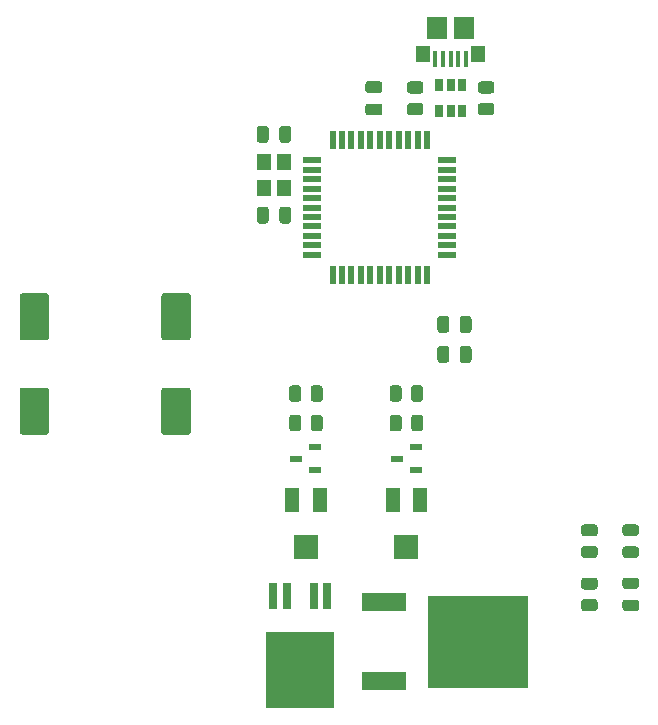
<source format=gbr>
%TF.GenerationSoftware,KiCad,Pcbnew,(5.1.8)-1*%
%TF.CreationDate,2021-08-18T15:50:37+02:00*%
%TF.ProjectId,Haubenblitzer_Treiber,48617562-656e-4626-9c69-747a65725f54,rev?*%
%TF.SameCoordinates,Original*%
%TF.FileFunction,Paste,Top*%
%TF.FilePolarity,Positive*%
%FSLAX46Y46*%
G04 Gerber Fmt 4.6, Leading zero omitted, Abs format (unit mm)*
G04 Created by KiCad (PCBNEW (5.1.8)-1) date 2021-08-18 15:50:37*
%MOMM*%
%LPD*%
G01*
G04 APERTURE LIST*
%ADD10R,0.800000X2.200000*%
%ADD11R,5.800000X6.400000*%
%ADD12R,0.650000X1.060000*%
%ADD13R,3.810000X1.650000*%
%ADD14R,8.510000X7.870000*%
%ADD15R,1.200000X1.400000*%
%ADD16R,1.300000X2.000000*%
%ADD17R,2.000000X2.000000*%
%ADD18R,1.000000X0.500000*%
%ADD19R,1.500000X0.550000*%
%ADD20R,0.550000X1.500000*%
%ADD21R,1.150000X1.450000*%
%ADD22R,1.750000X1.900000*%
%ADD23R,0.400000X1.400000*%
G04 APERTURE END LIST*
D10*
%TO.C,U2*%
X63220000Y-179600000D03*
X64360000Y-179600000D03*
X66640000Y-179600000D03*
D11*
X65500000Y-185900000D03*
D10*
X67780000Y-179600000D03*
%TD*%
D12*
%TO.C,U5*%
X78250000Y-136400000D03*
X77300000Y-136400000D03*
X79200000Y-136400000D03*
X79200000Y-138600000D03*
X78250000Y-138600000D03*
X77300000Y-138600000D03*
%TD*%
%TO.C,R9*%
G36*
G01*
X90450002Y-174600000D02*
X89549998Y-174600000D01*
G75*
G02*
X89300000Y-174350002I0J249998D01*
G01*
X89300000Y-173824998D01*
G75*
G02*
X89549998Y-173575000I249998J0D01*
G01*
X90450002Y-173575000D01*
G75*
G02*
X90700000Y-173824998I0J-249998D01*
G01*
X90700000Y-174350002D01*
G75*
G02*
X90450002Y-174600000I-249998J0D01*
G01*
G37*
G36*
G01*
X90450002Y-176425000D02*
X89549998Y-176425000D01*
G75*
G02*
X89300000Y-176175002I0J249998D01*
G01*
X89300000Y-175649998D01*
G75*
G02*
X89549998Y-175400000I249998J0D01*
G01*
X90450002Y-175400000D01*
G75*
G02*
X90700000Y-175649998I0J-249998D01*
G01*
X90700000Y-176175002D01*
G75*
G02*
X90450002Y-176425000I-249998J0D01*
G01*
G37*
%TD*%
%TO.C,R8*%
G36*
G01*
X90450002Y-179100000D02*
X89549998Y-179100000D01*
G75*
G02*
X89300000Y-178850002I0J249998D01*
G01*
X89300000Y-178324998D01*
G75*
G02*
X89549998Y-178075000I249998J0D01*
G01*
X90450002Y-178075000D01*
G75*
G02*
X90700000Y-178324998I0J-249998D01*
G01*
X90700000Y-178850002D01*
G75*
G02*
X90450002Y-179100000I-249998J0D01*
G01*
G37*
G36*
G01*
X90450002Y-180925000D02*
X89549998Y-180925000D01*
G75*
G02*
X89300000Y-180675002I0J249998D01*
G01*
X89300000Y-180149998D01*
G75*
G02*
X89549998Y-179900000I249998J0D01*
G01*
X90450002Y-179900000D01*
G75*
G02*
X90700000Y-180149998I0J-249998D01*
G01*
X90700000Y-180675002D01*
G75*
G02*
X90450002Y-180925000I-249998J0D01*
G01*
G37*
%TD*%
%TO.C,R7*%
G36*
G01*
X74100000Y-162049998D02*
X74100000Y-162950002D01*
G75*
G02*
X73850002Y-163200000I-249998J0D01*
G01*
X73324998Y-163200000D01*
G75*
G02*
X73075000Y-162950002I0J249998D01*
G01*
X73075000Y-162049998D01*
G75*
G02*
X73324998Y-161800000I249998J0D01*
G01*
X73850002Y-161800000D01*
G75*
G02*
X74100000Y-162049998I0J-249998D01*
G01*
G37*
G36*
G01*
X75925000Y-162049998D02*
X75925000Y-162950002D01*
G75*
G02*
X75675002Y-163200000I-249998J0D01*
G01*
X75149998Y-163200000D01*
G75*
G02*
X74900000Y-162950002I0J249998D01*
G01*
X74900000Y-162049998D01*
G75*
G02*
X75149998Y-161800000I249998J0D01*
G01*
X75675002Y-161800000D01*
G75*
G02*
X75925000Y-162049998I0J-249998D01*
G01*
G37*
%TD*%
%TO.C,R6*%
G36*
G01*
X74900000Y-165450002D02*
X74900000Y-164549998D01*
G75*
G02*
X75149998Y-164300000I249998J0D01*
G01*
X75675002Y-164300000D01*
G75*
G02*
X75925000Y-164549998I0J-249998D01*
G01*
X75925000Y-165450002D01*
G75*
G02*
X75675002Y-165700000I-249998J0D01*
G01*
X75149998Y-165700000D01*
G75*
G02*
X74900000Y-165450002I0J249998D01*
G01*
G37*
G36*
G01*
X73075000Y-165450002D02*
X73075000Y-164549998D01*
G75*
G02*
X73324998Y-164300000I249998J0D01*
G01*
X73850002Y-164300000D01*
G75*
G02*
X74100000Y-164549998I0J-249998D01*
G01*
X74100000Y-165450002D01*
G75*
G02*
X73850002Y-165700000I-249998J0D01*
G01*
X73324998Y-165700000D01*
G75*
G02*
X73075000Y-165450002I0J249998D01*
G01*
G37*
%TD*%
%TO.C,R5*%
G36*
G01*
X65600000Y-162049998D02*
X65600000Y-162950002D01*
G75*
G02*
X65350002Y-163200000I-249998J0D01*
G01*
X64824998Y-163200000D01*
G75*
G02*
X64575000Y-162950002I0J249998D01*
G01*
X64575000Y-162049998D01*
G75*
G02*
X64824998Y-161800000I249998J0D01*
G01*
X65350002Y-161800000D01*
G75*
G02*
X65600000Y-162049998I0J-249998D01*
G01*
G37*
G36*
G01*
X67425000Y-162049998D02*
X67425000Y-162950002D01*
G75*
G02*
X67175002Y-163200000I-249998J0D01*
G01*
X66649998Y-163200000D01*
G75*
G02*
X66400000Y-162950002I0J249998D01*
G01*
X66400000Y-162049998D01*
G75*
G02*
X66649998Y-161800000I249998J0D01*
G01*
X67175002Y-161800000D01*
G75*
G02*
X67425000Y-162049998I0J-249998D01*
G01*
G37*
%TD*%
%TO.C,R4*%
G36*
G01*
X66400000Y-165450002D02*
X66400000Y-164549998D01*
G75*
G02*
X66649998Y-164300000I249998J0D01*
G01*
X67175002Y-164300000D01*
G75*
G02*
X67425000Y-164549998I0J-249998D01*
G01*
X67425000Y-165450002D01*
G75*
G02*
X67175002Y-165700000I-249998J0D01*
G01*
X66649998Y-165700000D01*
G75*
G02*
X66400000Y-165450002I0J249998D01*
G01*
G37*
G36*
G01*
X64575000Y-165450002D02*
X64575000Y-164549998D01*
G75*
G02*
X64824998Y-164300000I249998J0D01*
G01*
X65350002Y-164300000D01*
G75*
G02*
X65600000Y-164549998I0J-249998D01*
G01*
X65600000Y-165450002D01*
G75*
G02*
X65350002Y-165700000I-249998J0D01*
G01*
X64824998Y-165700000D01*
G75*
G02*
X64575000Y-165450002I0J249998D01*
G01*
G37*
%TD*%
%TO.C,D2*%
G36*
G01*
X93956250Y-174550000D02*
X93043750Y-174550000D01*
G75*
G02*
X92800000Y-174306250I0J243750D01*
G01*
X92800000Y-173818750D01*
G75*
G02*
X93043750Y-173575000I243750J0D01*
G01*
X93956250Y-173575000D01*
G75*
G02*
X94200000Y-173818750I0J-243750D01*
G01*
X94200000Y-174306250D01*
G75*
G02*
X93956250Y-174550000I-243750J0D01*
G01*
G37*
G36*
G01*
X93956250Y-176425000D02*
X93043750Y-176425000D01*
G75*
G02*
X92800000Y-176181250I0J243750D01*
G01*
X92800000Y-175693750D01*
G75*
G02*
X93043750Y-175450000I243750J0D01*
G01*
X93956250Y-175450000D01*
G75*
G02*
X94200000Y-175693750I0J-243750D01*
G01*
X94200000Y-176181250D01*
G75*
G02*
X93956250Y-176425000I-243750J0D01*
G01*
G37*
%TD*%
%TO.C,D1*%
G36*
G01*
X93956250Y-179050000D02*
X93043750Y-179050000D01*
G75*
G02*
X92800000Y-178806250I0J243750D01*
G01*
X92800000Y-178318750D01*
G75*
G02*
X93043750Y-178075000I243750J0D01*
G01*
X93956250Y-178075000D01*
G75*
G02*
X94200000Y-178318750I0J-243750D01*
G01*
X94200000Y-178806250D01*
G75*
G02*
X93956250Y-179050000I-243750J0D01*
G01*
G37*
G36*
G01*
X93956250Y-180925000D02*
X93043750Y-180925000D01*
G75*
G02*
X92800000Y-180681250I0J243750D01*
G01*
X92800000Y-180193750D01*
G75*
G02*
X93043750Y-179950000I243750J0D01*
G01*
X93956250Y-179950000D01*
G75*
G02*
X94200000Y-180193750I0J-243750D01*
G01*
X94200000Y-180681250D01*
G75*
G02*
X93956250Y-180925000I-243750J0D01*
G01*
G37*
%TD*%
%TO.C,C2*%
G36*
G01*
X42000000Y-162000000D02*
X44000000Y-162000000D01*
G75*
G02*
X44250000Y-162250000I0J-250000D01*
G01*
X44250000Y-165750000D01*
G75*
G02*
X44000000Y-166000000I-250000J0D01*
G01*
X42000000Y-166000000D01*
G75*
G02*
X41750000Y-165750000I0J250000D01*
G01*
X41750000Y-162250000D01*
G75*
G02*
X42000000Y-162000000I250000J0D01*
G01*
G37*
G36*
G01*
X42000000Y-154000000D02*
X44000000Y-154000000D01*
G75*
G02*
X44250000Y-154250000I0J-250000D01*
G01*
X44250000Y-157750000D01*
G75*
G02*
X44000000Y-158000000I-250000J0D01*
G01*
X42000000Y-158000000D01*
G75*
G02*
X41750000Y-157750000I0J250000D01*
G01*
X41750000Y-154250000D01*
G75*
G02*
X42000000Y-154000000I250000J0D01*
G01*
G37*
%TD*%
%TO.C,C1*%
G36*
G01*
X54000000Y-162000000D02*
X56000000Y-162000000D01*
G75*
G02*
X56250000Y-162250000I0J-250000D01*
G01*
X56250000Y-165750000D01*
G75*
G02*
X56000000Y-166000000I-250000J0D01*
G01*
X54000000Y-166000000D01*
G75*
G02*
X53750000Y-165750000I0J250000D01*
G01*
X53750000Y-162250000D01*
G75*
G02*
X54000000Y-162000000I250000J0D01*
G01*
G37*
G36*
G01*
X54000000Y-154000000D02*
X56000000Y-154000000D01*
G75*
G02*
X56250000Y-154250000I0J-250000D01*
G01*
X56250000Y-157750000D01*
G75*
G02*
X56000000Y-158000000I-250000J0D01*
G01*
X54000000Y-158000000D01*
G75*
G02*
X53750000Y-157750000I0J250000D01*
G01*
X53750000Y-154250000D01*
G75*
G02*
X54000000Y-154000000I250000J0D01*
G01*
G37*
%TD*%
D13*
%TO.C,R1*%
X72595000Y-186865000D03*
D14*
X80535000Y-183500000D03*
D13*
X72595000Y-180135000D03*
%TD*%
D15*
%TO.C,Y1*%
X62445000Y-145100000D03*
X62445000Y-142900000D03*
X64145000Y-142900000D03*
X64145000Y-145100000D03*
%TD*%
D16*
%TO.C,RV2*%
X75650000Y-171500000D03*
D17*
X74500000Y-175500000D03*
D16*
X73350000Y-171500000D03*
%TD*%
%TO.C,RV1*%
X67150000Y-171500000D03*
D17*
X66000000Y-175500000D03*
D16*
X64850000Y-171500000D03*
%TD*%
D18*
%TO.C,Q2*%
X75300000Y-167000000D03*
X75300000Y-169000000D03*
X73700000Y-168000000D03*
%TD*%
%TO.C,Q1*%
X66800000Y-167000000D03*
X66800000Y-169000000D03*
X65200000Y-168000000D03*
%TD*%
D19*
%TO.C,U1*%
X77950000Y-142750000D03*
X77950000Y-143550000D03*
X77950000Y-144350000D03*
X77950000Y-145150000D03*
X77950000Y-145950000D03*
X77950000Y-146750000D03*
X77950000Y-147550000D03*
X77950000Y-148350000D03*
X77950000Y-149150000D03*
X77950000Y-149950000D03*
X77950000Y-150750000D03*
D20*
X76250000Y-152450000D03*
X75450000Y-152450000D03*
X74650000Y-152450000D03*
X73850000Y-152450000D03*
X73050000Y-152450000D03*
X72250000Y-152450000D03*
X71450000Y-152450000D03*
X70650000Y-152450000D03*
X69850000Y-152450000D03*
X69050000Y-152450000D03*
X68250000Y-152450000D03*
D19*
X66550000Y-150750000D03*
X66550000Y-149950000D03*
X66550000Y-149150000D03*
X66550000Y-148350000D03*
X66550000Y-147550000D03*
X66550000Y-146750000D03*
X66550000Y-145950000D03*
X66550000Y-145150000D03*
X66550000Y-144350000D03*
X66550000Y-143550000D03*
X66550000Y-142750000D03*
D20*
X68250000Y-141050000D03*
X69050000Y-141050000D03*
X69850000Y-141050000D03*
X70650000Y-141050000D03*
X71450000Y-141050000D03*
X72250000Y-141050000D03*
X73050000Y-141050000D03*
X73850000Y-141050000D03*
X74650000Y-141050000D03*
X75450000Y-141050000D03*
X76250000Y-141050000D03*
%TD*%
%TO.C,R3*%
G36*
G01*
X80799998Y-137900000D02*
X81700002Y-137900000D01*
G75*
G02*
X81950000Y-138149998I0J-249998D01*
G01*
X81950000Y-138675002D01*
G75*
G02*
X81700002Y-138925000I-249998J0D01*
G01*
X80799998Y-138925000D01*
G75*
G02*
X80550000Y-138675002I0J249998D01*
G01*
X80550000Y-138149998D01*
G75*
G02*
X80799998Y-137900000I249998J0D01*
G01*
G37*
G36*
G01*
X80799998Y-136075000D02*
X81700002Y-136075000D01*
G75*
G02*
X81950000Y-136324998I0J-249998D01*
G01*
X81950000Y-136850002D01*
G75*
G02*
X81700002Y-137100000I-249998J0D01*
G01*
X80799998Y-137100000D01*
G75*
G02*
X80550000Y-136850002I0J249998D01*
G01*
X80550000Y-136324998D01*
G75*
G02*
X80799998Y-136075000I249998J0D01*
G01*
G37*
%TD*%
%TO.C,R2*%
G36*
G01*
X75700002Y-137100000D02*
X74799998Y-137100000D01*
G75*
G02*
X74550000Y-136850002I0J249998D01*
G01*
X74550000Y-136324998D01*
G75*
G02*
X74799998Y-136075000I249998J0D01*
G01*
X75700002Y-136075000D01*
G75*
G02*
X75950000Y-136324998I0J-249998D01*
G01*
X75950000Y-136850002D01*
G75*
G02*
X75700002Y-137100000I-249998J0D01*
G01*
G37*
G36*
G01*
X75700002Y-138925000D02*
X74799998Y-138925000D01*
G75*
G02*
X74550000Y-138675002I0J249998D01*
G01*
X74550000Y-138149998D01*
G75*
G02*
X74799998Y-137900000I249998J0D01*
G01*
X75700002Y-137900000D01*
G75*
G02*
X75950000Y-138149998I0J-249998D01*
G01*
X75950000Y-138675002D01*
G75*
G02*
X75700002Y-138925000I-249998J0D01*
G01*
G37*
%TD*%
D21*
%TO.C,J2*%
X80570000Y-133780000D03*
X75930000Y-133780000D03*
D22*
X79375000Y-131550000D03*
D23*
X78250000Y-134200000D03*
X77600000Y-134200000D03*
X76950000Y-134200000D03*
X79550000Y-134200000D03*
X78900000Y-134200000D03*
D22*
X77125000Y-131550000D03*
%TD*%
%TO.C,C5*%
G36*
G01*
X71275000Y-137950000D02*
X72225000Y-137950000D01*
G75*
G02*
X72475000Y-138200000I0J-250000D01*
G01*
X72475000Y-138700000D01*
G75*
G02*
X72225000Y-138950000I-250000J0D01*
G01*
X71275000Y-138950000D01*
G75*
G02*
X71025000Y-138700000I0J250000D01*
G01*
X71025000Y-138200000D01*
G75*
G02*
X71275000Y-137950000I250000J0D01*
G01*
G37*
G36*
G01*
X71275000Y-136050000D02*
X72225000Y-136050000D01*
G75*
G02*
X72475000Y-136300000I0J-250000D01*
G01*
X72475000Y-136800000D01*
G75*
G02*
X72225000Y-137050000I-250000J0D01*
G01*
X71275000Y-137050000D01*
G75*
G02*
X71025000Y-136800000I0J250000D01*
G01*
X71025000Y-136300000D01*
G75*
G02*
X71275000Y-136050000I250000J0D01*
G01*
G37*
%TD*%
%TO.C,C7*%
G36*
G01*
X63745000Y-141030000D02*
X63745000Y-140080000D01*
G75*
G02*
X63995000Y-139830000I250000J0D01*
G01*
X64495000Y-139830000D01*
G75*
G02*
X64745000Y-140080000I0J-250000D01*
G01*
X64745000Y-141030000D01*
G75*
G02*
X64495000Y-141280000I-250000J0D01*
G01*
X63995000Y-141280000D01*
G75*
G02*
X63745000Y-141030000I0J250000D01*
G01*
G37*
G36*
G01*
X61845000Y-141030000D02*
X61845000Y-140080000D01*
G75*
G02*
X62095000Y-139830000I250000J0D01*
G01*
X62595000Y-139830000D01*
G75*
G02*
X62845000Y-140080000I0J-250000D01*
G01*
X62845000Y-141030000D01*
G75*
G02*
X62595000Y-141280000I-250000J0D01*
G01*
X62095000Y-141280000D01*
G75*
G02*
X61845000Y-141030000I0J250000D01*
G01*
G37*
%TD*%
%TO.C,C6*%
G36*
G01*
X63745000Y-147875000D02*
X63745000Y-146925000D01*
G75*
G02*
X63995000Y-146675000I250000J0D01*
G01*
X64495000Y-146675000D01*
G75*
G02*
X64745000Y-146925000I0J-250000D01*
G01*
X64745000Y-147875000D01*
G75*
G02*
X64495000Y-148125000I-250000J0D01*
G01*
X63995000Y-148125000D01*
G75*
G02*
X63745000Y-147875000I0J250000D01*
G01*
G37*
G36*
G01*
X61845000Y-147875000D02*
X61845000Y-146925000D01*
G75*
G02*
X62095000Y-146675000I250000J0D01*
G01*
X62595000Y-146675000D01*
G75*
G02*
X62845000Y-146925000I0J-250000D01*
G01*
X62845000Y-147875000D01*
G75*
G02*
X62595000Y-148125000I-250000J0D01*
G01*
X62095000Y-148125000D01*
G75*
G02*
X61845000Y-147875000I0J250000D01*
G01*
G37*
%TD*%
%TO.C,C4*%
G36*
G01*
X78125000Y-156175000D02*
X78125000Y-157125000D01*
G75*
G02*
X77875000Y-157375000I-250000J0D01*
G01*
X77375000Y-157375000D01*
G75*
G02*
X77125000Y-157125000I0J250000D01*
G01*
X77125000Y-156175000D01*
G75*
G02*
X77375000Y-155925000I250000J0D01*
G01*
X77875000Y-155925000D01*
G75*
G02*
X78125000Y-156175000I0J-250000D01*
G01*
G37*
G36*
G01*
X80025000Y-156175000D02*
X80025000Y-157125000D01*
G75*
G02*
X79775000Y-157375000I-250000J0D01*
G01*
X79275000Y-157375000D01*
G75*
G02*
X79025000Y-157125000I0J250000D01*
G01*
X79025000Y-156175000D01*
G75*
G02*
X79275000Y-155925000I250000J0D01*
G01*
X79775000Y-155925000D01*
G75*
G02*
X80025000Y-156175000I0J-250000D01*
G01*
G37*
%TD*%
%TO.C,C3*%
G36*
G01*
X78125000Y-158715000D02*
X78125000Y-159665000D01*
G75*
G02*
X77875000Y-159915000I-250000J0D01*
G01*
X77375000Y-159915000D01*
G75*
G02*
X77125000Y-159665000I0J250000D01*
G01*
X77125000Y-158715000D01*
G75*
G02*
X77375000Y-158465000I250000J0D01*
G01*
X77875000Y-158465000D01*
G75*
G02*
X78125000Y-158715000I0J-250000D01*
G01*
G37*
G36*
G01*
X80025000Y-158715000D02*
X80025000Y-159665000D01*
G75*
G02*
X79775000Y-159915000I-250000J0D01*
G01*
X79275000Y-159915000D01*
G75*
G02*
X79025000Y-159665000I0J250000D01*
G01*
X79025000Y-158715000D01*
G75*
G02*
X79275000Y-158465000I250000J0D01*
G01*
X79775000Y-158465000D01*
G75*
G02*
X80025000Y-158715000I0J-250000D01*
G01*
G37*
%TD*%
M02*

</source>
